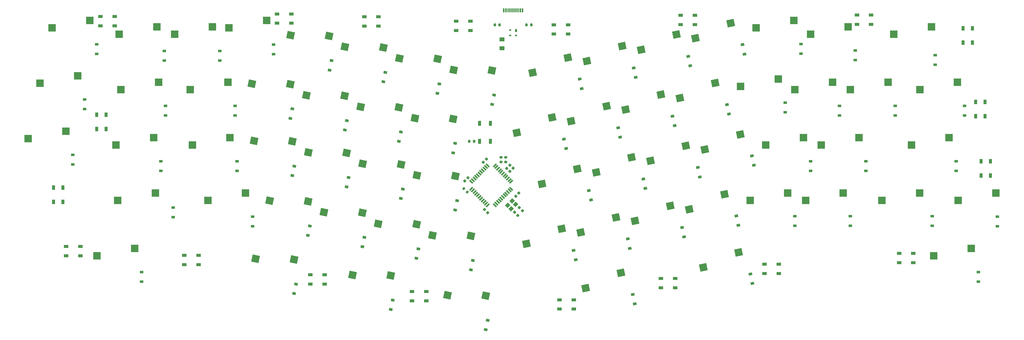
<source format=gbr>
G04 #@! TF.GenerationSoftware,KiCad,Pcbnew,(5.99.0-11539-gc946070005)*
G04 #@! TF.CreationDate,2021-08-03T22:46:40-05:00*
G04 #@! TF.ProjectId,aliceq,616c6963-6571-42e6-9b69-6361645f7063,rev?*
G04 #@! TF.SameCoordinates,Original*
G04 #@! TF.FileFunction,Paste,Bot*
G04 #@! TF.FilePolarity,Positive*
%FSLAX46Y46*%
G04 Gerber Fmt 4.6, Leading zero omitted, Abs format (unit mm)*
G04 Created by KiCad (PCBNEW (5.99.0-11539-gc946070005)) date 2021-08-03 22:46:40*
%MOMM*%
%LPD*%
G01*
G04 APERTURE LIST*
G04 Aperture macros list*
%AMRoundRect*
0 Rectangle with rounded corners*
0 $1 Rounding radius*
0 $2 $3 $4 $5 $6 $7 $8 $9 X,Y pos of 4 corners*
0 Add a 4 corners polygon primitive as box body*
4,1,4,$2,$3,$4,$5,$6,$7,$8,$9,$2,$3,0*
0 Add four circle primitives for the rounded corners*
1,1,$1+$1,$2,$3*
1,1,$1+$1,$4,$5*
1,1,$1+$1,$6,$7*
1,1,$1+$1,$8,$9*
0 Add four rect primitives between the rounded corners*
20,1,$1+$1,$2,$3,$4,$5,0*
20,1,$1+$1,$4,$5,$6,$7,0*
20,1,$1+$1,$6,$7,$8,$9,0*
20,1,$1+$1,$8,$9,$2,$3,0*%
%AMRotRect*
0 Rectangle, with rotation*
0 The origin of the aperture is its center*
0 $1 length*
0 $2 width*
0 $3 Rotation angle, in degrees counterclockwise*
0 Add horizontal line*
21,1,$1,$2,0,0,$3*%
G04 Aperture macros list end*
%ADD10R,2.550000X2.500000*%
%ADD11RotRect,2.550000X2.500000X12.000000*%
%ADD12RotRect,2.550000X2.500000X348.000000*%
%ADD13RotRect,0.900000X1.200000X102.000000*%
%ADD14R,1.200000X0.900000*%
%ADD15R,1.500000X1.000000*%
%ADD16RotRect,0.900000X1.200000X78.000000*%
%ADD17RotRect,1.500000X0.550000X225.000000*%
%ADD18RotRect,1.500000X0.550000X135.000000*%
%ADD19R,1.000000X1.500000*%
%ADD20RoundRect,0.225000X0.017678X-0.335876X0.335876X-0.017678X-0.017678X0.335876X-0.335876X0.017678X0*%
%ADD21R,1.100000X1.800000*%
%ADD22RoundRect,0.200000X0.200000X0.275000X-0.200000X0.275000X-0.200000X-0.275000X0.200000X-0.275000X0*%
%ADD23RoundRect,0.225000X0.335876X0.017678X0.017678X0.335876X-0.335876X-0.017678X-0.017678X-0.335876X0*%
%ADD24RoundRect,0.200000X-0.335876X-0.053033X-0.053033X-0.335876X0.335876X0.053033X0.053033X0.335876X0*%
%ADD25R,0.600000X1.450000*%
%ADD26R,0.300000X1.450000*%
%ADD27R,0.700000X1.000000*%
%ADD28R,0.700000X0.600000*%
%ADD29RoundRect,0.200000X0.275000X-0.200000X0.275000X0.200000X-0.275000X0.200000X-0.275000X-0.200000X0*%
%ADD30RotRect,1.400000X1.200000X45.000000*%
%ADD31RoundRect,0.200000X-0.275000X0.200000X-0.275000X-0.200000X0.275000X-0.200000X0.275000X0.200000X0*%
%ADD32RoundRect,0.250001X0.624999X-0.462499X0.624999X0.462499X-0.624999X0.462499X-0.624999X-0.462499X0*%
%ADD33RoundRect,0.200000X-0.200000X-0.275000X0.200000X-0.275000X0.200000X0.275000X-0.200000X0.275000X0*%
%ADD34RoundRect,0.225000X-0.017678X0.335876X-0.335876X0.017678X0.017678X-0.335876X0.335876X-0.017678X0*%
%ADD35RoundRect,0.225000X-0.335876X-0.017678X-0.017678X-0.335876X0.335876X0.017678X0.017678X0.335876X0*%
G04 APERTURE END LIST*
D10*
X65216567Y-31209745D03*
X78143567Y-28669745D03*
D11*
X219943379Y-55328316D03*
X232059797Y-50156147D03*
X228013384Y-113578348D03*
X240129802Y-108406179D03*
X204569659Y-97549057D03*
X216686077Y-92376888D03*
D10*
X28126547Y-52399757D03*
X41053547Y-49859757D03*
D12*
X73119490Y-50402207D03*
X86292100Y-50605386D03*
D10*
X289321688Y-90499777D03*
X302248688Y-87959777D03*
D11*
X185935937Y-101509776D03*
X198052355Y-96337607D03*
D10*
X264806674Y-33349746D03*
X277733674Y-30809746D03*
D12*
X79169494Y-90642229D03*
X92342104Y-90845408D03*
D10*
X263126673Y-90499777D03*
X276053673Y-87959777D03*
D12*
X142300663Y-45634358D03*
X155473273Y-45837537D03*
X129720656Y-81914377D03*
X142893266Y-82117556D03*
D10*
X246176664Y-31209745D03*
X259103664Y-28669745D03*
D11*
X201309657Y-59289036D03*
X213426075Y-54116867D03*
D12*
X74359491Y-110632240D03*
X87532101Y-110835419D03*
D10*
X27036543Y-90499777D03*
X39963543Y-87959777D03*
X240816661Y-51339756D03*
X253743661Y-48799756D03*
X46576557Y-33349746D03*
X59503557Y-30809746D03*
X268486676Y-71449767D03*
X281413676Y-68909767D03*
D11*
X209929662Y-76939046D03*
X222046080Y-71766877D03*
D12*
X123666942Y-41673638D03*
X136839552Y-41876817D03*
D10*
X4506534Y-31209745D03*
X17433534Y-28669745D03*
X249436666Y-71449767D03*
X262363666Y-68909767D03*
X302316695Y-52399757D03*
X315243695Y-49859757D03*
D12*
X105033220Y-37712918D03*
X118205830Y-37916097D03*
D10*
X-3723471Y-69309766D03*
X9203529Y-66769766D03*
D12*
X73819491Y-70032218D03*
X86992101Y-70235397D03*
D11*
X187603364Y-120638351D03*
X199719782Y-115466182D03*
D10*
X315515452Y-90499777D03*
X328442452Y-87959777D03*
X293381690Y-33349746D03*
X306308690Y-30809746D03*
X259446671Y-52399757D03*
X272373671Y-49859757D03*
D12*
X110386935Y-58323647D03*
X123559545Y-58526826D03*
D10*
X346532Y-50259755D03*
X13273532Y-47719755D03*
D12*
X135070659Y-102524388D03*
X148243269Y-102727567D03*
D10*
X307072297Y-109597787D03*
X319999297Y-107057787D03*
D11*
X164042214Y-67210476D03*
X176158632Y-62038307D03*
D10*
X244076663Y-90499777D03*
X257003663Y-87959777D03*
D12*
X86399498Y-33752198D03*
X99572108Y-33955377D03*
X107598066Y-116160466D03*
X120770676Y-116363645D03*
D11*
X188035938Y-42639744D03*
X200152356Y-37467575D03*
D10*
X27526546Y-33349746D03*
X40453546Y-30809746D03*
X278496682Y-52399757D03*
X291423682Y-49859757D03*
D11*
X191295940Y-80899765D03*
X203412358Y-75727596D03*
D12*
X92453213Y-73992938D03*
X105625823Y-74196117D03*
X111086935Y-77953657D03*
X124259545Y-78156836D03*
X129020656Y-62284367D03*
X142193266Y-62487546D03*
D10*
X299436693Y-71449767D03*
X312363693Y-68909767D03*
D11*
X228563384Y-72978326D03*
X240679802Y-67806157D03*
D10*
X51936559Y-52399757D03*
X64863559Y-49859757D03*
X57986563Y-90499777D03*
X70913563Y-87959777D03*
D11*
X225303382Y-34718305D03*
X237419800Y-29546136D03*
X167302216Y-105470496D03*
X179418634Y-100298327D03*
D12*
X97803216Y-94602949D03*
X110975826Y-94806128D03*
D10*
X52636560Y-71449767D03*
X65563560Y-68909767D03*
D11*
X172662219Y-84860485D03*
X184778637Y-79688316D03*
D10*
X19896542Y-109549787D03*
X32823542Y-107009787D03*
D11*
X182675935Y-63249756D03*
X194792353Y-58077587D03*
D12*
X91753213Y-54362927D03*
X104925823Y-54566106D03*
D11*
X223203381Y-93588337D03*
X235319799Y-88416168D03*
D10*
X26436525Y-71449767D03*
X39363525Y-68909767D03*
D11*
X169402217Y-46600465D03*
X181518635Y-41428296D03*
D12*
X140209529Y-123092247D03*
X153382139Y-123295426D03*
X116436938Y-98563668D03*
X129609548Y-98766847D03*
D11*
X206669660Y-38679025D03*
X218786078Y-33506856D03*
D13*
X242154579Y-40203684D03*
X241468471Y-36975796D03*
X245404579Y-78453684D03*
X244718471Y-75225796D03*
X226804579Y-82453684D03*
X226118471Y-79225796D03*
D14*
X46100000Y-96250000D03*
X46100000Y-92950000D03*
D13*
X240054579Y-99053684D03*
X239368471Y-95825796D03*
X186254579Y-52053684D03*
X185568471Y-48825796D03*
D15*
X181600000Y-30125000D03*
X181600000Y-33325000D03*
X176700000Y-33325000D03*
X176700000Y-30125000D03*
X225125000Y-26900000D03*
X225125000Y-30100000D03*
X220225000Y-30100000D03*
X220225000Y-26900000D03*
D16*
X92318471Y-102553684D03*
X93004579Y-99325796D03*
D14*
X19861525Y-40139740D03*
X19861525Y-36839740D03*
X68011525Y-80339740D03*
X68011525Y-77039740D03*
D16*
X124218471Y-89853684D03*
X124904579Y-86625796D03*
D17*
X156432082Y-78471064D03*
X156997767Y-79036750D03*
X157563452Y-79602435D03*
X158129138Y-80168120D03*
X158694823Y-80733806D03*
X159260509Y-81299491D03*
X159826194Y-81865177D03*
X160391880Y-82430862D03*
X160957565Y-82996548D03*
X161523250Y-83562233D03*
X162088936Y-84127918D03*
D18*
X162088936Y-86532082D03*
X161523250Y-87097767D03*
X160957565Y-87663452D03*
X160391880Y-88229138D03*
X159826194Y-88794823D03*
X159260509Y-89360509D03*
X158694823Y-89926194D03*
X158129138Y-90491880D03*
X157563452Y-91057565D03*
X156997767Y-91623250D03*
X156432082Y-92188936D03*
D17*
X154027918Y-92188936D03*
X153462233Y-91623250D03*
X152896548Y-91057565D03*
X152330862Y-90491880D03*
X151765177Y-89926194D03*
X151199491Y-89360509D03*
X150633806Y-88794823D03*
X150068120Y-88229138D03*
X149502435Y-87663452D03*
X148936750Y-87097767D03*
X148371064Y-86532082D03*
D18*
X148371064Y-84127918D03*
X148936750Y-83562233D03*
X149502435Y-82996548D03*
X150068120Y-82430862D03*
X150633806Y-81865177D03*
X151199491Y-81299491D03*
X151765177Y-80733806D03*
X152330862Y-80168120D03*
X152896548Y-79602435D03*
X153462233Y-79036750D03*
X154027918Y-78471064D03*
D19*
X320350000Y-36275000D03*
X317150000Y-36275000D03*
X317150000Y-31375000D03*
X320350000Y-31375000D03*
D20*
X160531992Y-79508008D03*
X161628008Y-78411992D03*
D14*
X43461525Y-61289740D03*
X43461525Y-57989740D03*
D15*
X49850000Y-112600000D03*
X49850000Y-109400000D03*
X54750000Y-109400000D03*
X54750000Y-112600000D03*
D13*
X236804579Y-60803684D03*
X236118471Y-57575796D03*
D19*
X19800000Y-61050000D03*
X23000000Y-61050000D03*
X23000000Y-65950000D03*
X19800000Y-65950000D03*
D16*
X86268471Y-62303684D03*
X86954579Y-59075796D03*
D14*
X73311525Y-99389740D03*
X73311525Y-96089740D03*
X42986525Y-42433490D03*
X42986525Y-39133490D03*
D15*
X295210000Y-111920000D03*
X295210000Y-108720000D03*
X300110000Y-108720000D03*
X300110000Y-111920000D03*
D21*
X154925000Y-64025000D03*
X154925000Y-70225000D03*
X151225000Y-70225000D03*
X151225000Y-64025000D03*
D15*
X21125000Y-30500000D03*
X21125000Y-27300000D03*
X26025000Y-27300000D03*
X26025000Y-30500000D03*
D19*
X5025000Y-86100000D03*
X8225000Y-86100000D03*
X8225000Y-91000000D03*
X5025000Y-91000000D03*
D16*
X153343471Y-135003684D03*
X154029579Y-131775796D03*
D15*
X86650000Y-26400000D03*
X86650000Y-29600000D03*
X81750000Y-29600000D03*
X81750000Y-26400000D03*
D22*
X149350000Y-70250000D03*
X147700000Y-70250000D03*
D23*
X164308008Y-95668008D03*
X163211992Y-94571992D03*
D15*
X285625000Y-26800000D03*
X285625000Y-30000000D03*
X280725000Y-30000000D03*
X280725000Y-26800000D03*
D16*
X105618471Y-85903684D03*
X106304579Y-82675796D03*
X87543471Y-122528684D03*
X88229579Y-119300796D03*
D13*
X189454579Y-90353684D03*
X188768471Y-87125796D03*
D15*
X93150000Y-119300000D03*
X93150000Y-116100000D03*
X98050000Y-116100000D03*
X98050000Y-119300000D03*
D13*
X221404579Y-103053684D03*
X220718471Y-99825796D03*
D15*
X132950000Y-121900000D03*
X132950000Y-125100000D03*
X128050000Y-125100000D03*
X128050000Y-121900000D03*
X213450000Y-120600000D03*
X213450000Y-117400000D03*
X218350000Y-117400000D03*
X218350000Y-120600000D03*
D16*
X136718471Y-53703684D03*
X137404579Y-50475796D03*
D13*
X184204579Y-110953684D03*
X183518471Y-107725796D03*
D24*
X145796637Y-86446637D03*
X146963363Y-87613363D03*
D14*
X41811525Y-80339740D03*
X41811525Y-77039740D03*
D13*
X204454579Y-126128684D03*
X203768471Y-122900796D03*
X223504579Y-44253684D03*
X222818471Y-41025796D03*
D16*
X99718471Y-45703684D03*
X100404579Y-42475796D03*
X129568471Y-110453684D03*
X130254579Y-107225796D03*
D20*
X146121992Y-83848008D03*
X147218008Y-82751992D03*
D14*
X280161525Y-42289740D03*
X280161525Y-38989740D03*
X306600000Y-99289740D03*
X306600000Y-95989740D03*
D13*
X208154579Y-86403684D03*
X207468471Y-83175796D03*
D19*
X326550000Y-81960000D03*
X323350000Y-81960000D03*
X323350000Y-77060000D03*
X326550000Y-77060000D03*
D14*
X259411525Y-99289740D03*
X259411525Y-95989740D03*
D15*
X249050000Y-115700000D03*
X249050000Y-112500000D03*
X253950000Y-112500000D03*
X253950000Y-115700000D03*
D13*
X180904579Y-72703684D03*
X180218471Y-69475796D03*
D15*
X116550000Y-27400000D03*
X116550000Y-30600000D03*
X111650000Y-30600000D03*
X111650000Y-27400000D03*
D14*
X15711525Y-59139740D03*
X15711525Y-55839740D03*
X307600000Y-43850000D03*
X307600000Y-40550000D03*
D15*
X178650000Y-127900000D03*
X178650000Y-124700000D03*
X183550000Y-124700000D03*
X183550000Y-127900000D03*
D16*
X142868471Y-93803684D03*
X143554579Y-90575796D03*
X155511525Y-57539740D03*
X156197633Y-54311852D03*
D14*
X283811525Y-80339740D03*
X283811525Y-77039740D03*
D25*
X159505000Y-25132500D03*
X160280000Y-25132500D03*
D26*
X160980000Y-25132500D03*
X161480000Y-25132500D03*
X161980000Y-25132500D03*
X162480000Y-25132500D03*
X162980000Y-25132500D03*
X163480000Y-25132500D03*
X163980000Y-25132500D03*
X164480000Y-25132500D03*
D25*
X165180000Y-25132500D03*
X165955000Y-25132500D03*
D16*
X120768471Y-128053684D03*
X121454579Y-124825796D03*
D14*
X293861525Y-61289740D03*
X293861525Y-57989740D03*
D16*
X86968471Y-81953684D03*
X87654579Y-78725796D03*
D13*
X218154579Y-64803684D03*
X217468471Y-61575796D03*
D14*
X62036525Y-42433490D03*
X62036525Y-39133490D03*
D13*
X202804579Y-107003684D03*
X202118471Y-103775796D03*
D14*
X328911525Y-99389740D03*
X328911525Y-96089740D03*
D13*
X204854579Y-48203684D03*
X204168471Y-44975796D03*
D27*
X163731612Y-32114740D03*
D28*
X163731612Y-33814740D03*
X161731612Y-33814740D03*
X161731612Y-31914740D03*
D14*
X278511525Y-99289740D03*
X278511525Y-95989740D03*
D13*
X244879579Y-119078684D03*
X244193471Y-115850796D03*
D14*
X256161525Y-60189740D03*
X256161525Y-56889740D03*
X274761525Y-61289740D03*
X274761525Y-57989740D03*
X264811525Y-80339740D03*
X264811525Y-77039740D03*
D16*
X123568471Y-70203684D03*
X124254579Y-66975796D03*
D14*
X11611525Y-78189740D03*
X11611525Y-74889740D03*
D15*
X9350000Y-109600000D03*
X9350000Y-106400000D03*
X14250000Y-106400000D03*
X14250000Y-109600000D03*
D29*
X160161524Y-77327240D03*
X160161524Y-75677240D03*
D22*
X158119112Y-30149740D03*
X156469112Y-30149740D03*
D30*
X160841142Y-92216777D03*
X162396777Y-90661142D03*
X163598858Y-91863223D03*
X162043223Y-93418858D03*
D16*
X104968471Y-66303684D03*
X105654579Y-63075796D03*
X148268471Y-114403684D03*
X148954579Y-111175796D03*
D14*
X314761525Y-80339740D03*
X314761525Y-77039740D03*
D31*
X158561525Y-75677240D03*
X158561525Y-77327240D03*
D14*
X317661525Y-61289740D03*
X317661525Y-57989740D03*
X35211525Y-118439740D03*
X35211525Y-115139740D03*
D32*
X158901525Y-38167240D03*
X158901525Y-35192240D03*
D16*
X118218471Y-49703684D03*
X118904579Y-46475796D03*
X110968471Y-106453684D03*
X111654579Y-103225796D03*
D14*
X261511525Y-40089740D03*
X261511525Y-36789740D03*
D33*
X167344112Y-30149740D03*
X168994112Y-30149740D03*
D34*
X164728008Y-88011992D03*
X163631992Y-89108008D03*
X153568008Y-76341992D03*
X152471992Y-77438008D03*
D35*
X152901992Y-93681992D03*
X153998008Y-94778008D03*
D23*
X165928008Y-94058008D03*
X164831992Y-92961992D03*
D16*
X142168471Y-74153684D03*
X142854579Y-70925796D03*
D19*
X324710000Y-61570000D03*
X321510000Y-61570000D03*
X321510000Y-56670000D03*
X324710000Y-56670000D03*
D20*
X161601992Y-80578008D03*
X162698008Y-79481992D03*
D14*
X80561525Y-40239740D03*
X80561525Y-36939740D03*
D15*
X148075000Y-28900000D03*
X148075000Y-32100000D03*
X143175000Y-32100000D03*
X143175000Y-28900000D03*
D14*
X67311525Y-61289740D03*
X67311525Y-57989740D03*
X322411525Y-118489740D03*
X322411525Y-115189740D03*
D13*
X199454579Y-68753684D03*
X198768471Y-65525796D03*
M02*

</source>
